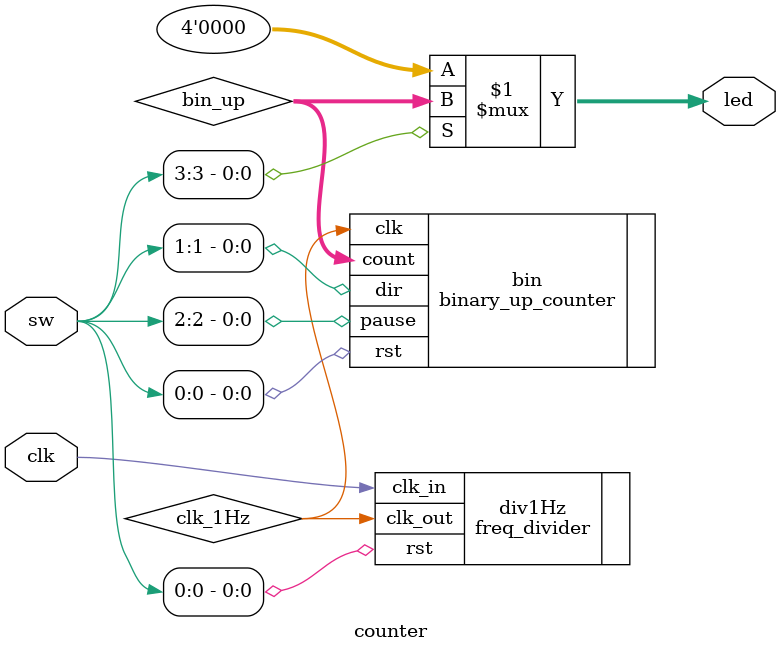
<source format=v>
`timescale 1ns / 1ps


module counter(
    input clk,
    input [3:0] sw,
    output [3:0] led
    );
    
    wire rst;
    wire clk_1Hz;
    wire [3:0] bin_up;
    
   
    
    freq_divider #(.DIVISOR(50_000_000)) div1Hz(.clk_in(clk),
                                                .rst(sw[0]),
                                                .clk_out(clk_1Hz)
                                                );
                                                
    binary_up_counter bin(.clk(clk_1Hz),
                          .rst(sw[0]),
                          .dir(sw[1]),
                          .pause(sw[2]),
                          .count(bin_up)
                          );
                          
    assign led = (sw[3]) ? bin_up : 4'b0000;
    
endmodule

</source>
